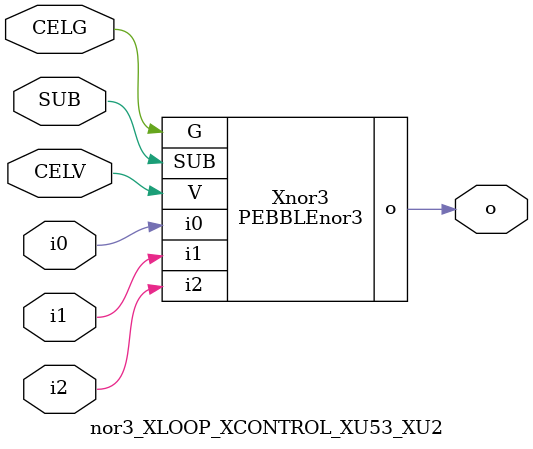
<source format=v>



module PEBBLEnor3 ( o, G, SUB, V, i0, i1, i2 );

  input i0;
  input V;
  input i2;
  input i1;
  input G;
  output o;
  input SUB;
endmodule

//Celera Confidential Do Not Copy nor3_XLOOP_XCONTROL_XU53_XU2
//Celera Confidential Symbol Generator
//NOR3
module nor3_XLOOP_XCONTROL_XU53_XU2 (CELV,CELG,i0,i1,i2,o,SUB);
input CELV;
input CELG;
input i0;
input i1;
input i2;
input SUB;
output o;

//Celera Confidential Do Not Copy nor3
PEBBLEnor3 Xnor3(
.V (CELV),
.i0 (i0),
.i1 (i1),
.i2 (i2),
.o (o),
.SUB (SUB),
.G (CELG)
);
//,diesize,PEBBLEnor3

//Celera Confidential Do Not Copy Module End
//Celera Schematic Generator
endmodule

</source>
